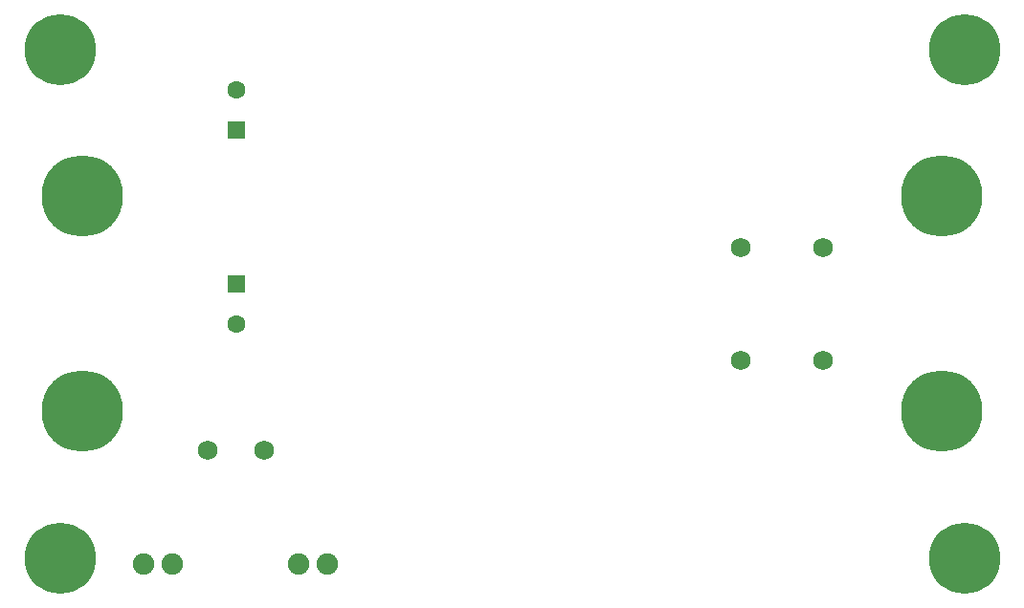
<source format=gbs>
G04*
G04 #@! TF.GenerationSoftware,Altium Limited,Altium Designer,18.1.9 (240)*
G04*
G04 Layer_Color=16711935*
%FSLAX25Y25*%
%MOIN*%
G70*
G01*
G75*
%ADD53C,0.07493*%
%ADD55C,0.24816*%
%ADD56C,0.00800*%
%ADD57R,0.06312X0.06312*%
%ADD58C,0.06312*%
%ADD59C,0.06902*%
%ADD73C,0.28359*%
D53*
X102756Y17717D02*
D03*
X112756D02*
D03*
X48661Y17717D02*
D03*
X58661D02*
D03*
D55*
X334646Y196850D02*
D03*
X19685D02*
D03*
Y19685D02*
D03*
X334646D02*
D03*
D56*
Y205709D02*
D03*
X326969Y201279D02*
D03*
Y192421D02*
D03*
X334646Y187992D02*
D03*
X342323Y192421D02*
D03*
Y201279D02*
D03*
X19685Y205709D02*
D03*
X12008Y201279D02*
D03*
Y192421D02*
D03*
X19685Y187992D02*
D03*
X27362Y192421D02*
D03*
Y201279D02*
D03*
X19685Y28543D02*
D03*
X12008Y24114D02*
D03*
Y15256D02*
D03*
X19685Y10827D02*
D03*
X27362Y15256D02*
D03*
Y24114D02*
D03*
X334646Y28543D02*
D03*
X326969Y24114D02*
D03*
Y15256D02*
D03*
X334646Y10827D02*
D03*
X342323Y15256D02*
D03*
Y24114D02*
D03*
D57*
X81102Y169027D02*
D03*
Y115157D02*
D03*
D58*
Y182807D02*
D03*
Y101378D02*
D03*
D59*
X285433Y88583D02*
D03*
Y127953D02*
D03*
X256693Y88583D02*
D03*
Y127953D02*
D03*
X90945Y57087D02*
D03*
X71260D02*
D03*
D73*
X27559Y145768D02*
D03*
X326772D02*
D03*
X27559Y70768D02*
D03*
X326772D02*
D03*
M02*

</source>
